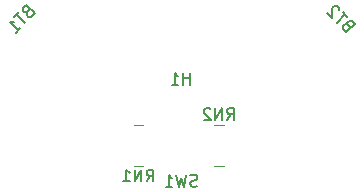
<source format=gbr>
G04 #@! TF.GenerationSoftware,KiCad,Pcbnew,(5.1.5)-3*
G04 #@! TF.CreationDate,2020-10-24T11:26:36-07:00*
G04 #@! TF.ProjectId,xmas_heart_2020,786d6173-5f68-4656-9172-745f32303230,rev?*
G04 #@! TF.SameCoordinates,Original*
G04 #@! TF.FileFunction,Legend,Bot*
G04 #@! TF.FilePolarity,Positive*
%FSLAX46Y46*%
G04 Gerber Fmt 4.6, Leading zero omitted, Abs format (unit mm)*
G04 Created by KiCad (PCBNEW (5.1.5)-3) date 2020-10-24 11:26:36*
%MOMM*%
%LPD*%
G04 APERTURE LIST*
%ADD10C,0.120000*%
%ADD11C,0.150000*%
G04 APERTURE END LIST*
D10*
X101900000Y-36030000D02*
X101100000Y-36030000D01*
X101900000Y-39470000D02*
X101100000Y-39470000D01*
X107925000Y-36030000D02*
X108725000Y-36030000D01*
X107925000Y-39470000D02*
X108725000Y-39470000D01*
D11*
X105886904Y-32602380D02*
X105886904Y-31602380D01*
X105886904Y-32078571D02*
X105315476Y-32078571D01*
X105315476Y-32602380D02*
X105315476Y-31602380D01*
X104315476Y-32602380D02*
X104886904Y-32602380D01*
X104601190Y-32602380D02*
X104601190Y-31602380D01*
X104696428Y-31745238D01*
X104791666Y-31840476D01*
X104886904Y-31888095D01*
X119227075Y-27559092D02*
X119092388Y-27491748D01*
X119025045Y-27491748D01*
X118924029Y-27525420D01*
X118823014Y-27626435D01*
X118789342Y-27727451D01*
X118789342Y-27794794D01*
X118823014Y-27895809D01*
X119092388Y-28165183D01*
X119799495Y-27458077D01*
X119563793Y-27222374D01*
X119462777Y-27188703D01*
X119395434Y-27188703D01*
X119294419Y-27222374D01*
X119227075Y-27289718D01*
X119193403Y-27390733D01*
X119193403Y-27458077D01*
X119227075Y-27559092D01*
X119462777Y-27794794D01*
X119193403Y-26851985D02*
X118789342Y-26447924D01*
X118284266Y-27357061D02*
X118991373Y-26649954D01*
X118519968Y-26313237D02*
X118519968Y-26245893D01*
X118486296Y-26144878D01*
X118317938Y-25976519D01*
X118216922Y-25942848D01*
X118149579Y-25942848D01*
X118048564Y-25976519D01*
X117981220Y-26043863D01*
X117913877Y-26178550D01*
X117913877Y-26986672D01*
X117476144Y-26548939D01*
X92107494Y-26447924D02*
X92040150Y-26582611D01*
X92040150Y-26649954D01*
X92073822Y-26750970D01*
X92174837Y-26851985D01*
X92275853Y-26885657D01*
X92343196Y-26885657D01*
X92444211Y-26851985D01*
X92713585Y-26582611D01*
X92006479Y-25875504D01*
X91770776Y-26111206D01*
X91737105Y-26212222D01*
X91737105Y-26279565D01*
X91770776Y-26380580D01*
X91838120Y-26447924D01*
X91939135Y-26481596D01*
X92006479Y-26481596D01*
X92107494Y-26447924D01*
X92343196Y-26212222D01*
X91400387Y-26481596D02*
X90996326Y-26885657D01*
X91905463Y-27390733D02*
X91198356Y-26683626D01*
X91097341Y-28198855D02*
X91501402Y-27794794D01*
X91299372Y-27996825D02*
X90592265Y-27289718D01*
X90760624Y-27323390D01*
X90895311Y-27323390D01*
X90996326Y-27289718D01*
X106470434Y-41185561D02*
X106327577Y-41233180D01*
X106089481Y-41233180D01*
X105994243Y-41185561D01*
X105946624Y-41137942D01*
X105899005Y-41042704D01*
X105899005Y-40947466D01*
X105946624Y-40852228D01*
X105994243Y-40804609D01*
X106089481Y-40756990D01*
X106279958Y-40709371D01*
X106375196Y-40661752D01*
X106422815Y-40614133D01*
X106470434Y-40518895D01*
X106470434Y-40423657D01*
X106422815Y-40328419D01*
X106375196Y-40280800D01*
X106279958Y-40233180D01*
X106041862Y-40233180D01*
X105899005Y-40280800D01*
X105565672Y-40233180D02*
X105327577Y-41233180D01*
X105137101Y-40518895D01*
X104946624Y-41233180D01*
X104708529Y-40233180D01*
X103803767Y-41233180D02*
X104375196Y-41233180D01*
X104089481Y-41233180D02*
X104089481Y-40233180D01*
X104184720Y-40376038D01*
X104279958Y-40471276D01*
X104375196Y-40518895D01*
X102190476Y-40802380D02*
X102523809Y-40326190D01*
X102761904Y-40802380D02*
X102761904Y-39802380D01*
X102380952Y-39802380D01*
X102285714Y-39850000D01*
X102238095Y-39897619D01*
X102190476Y-39992857D01*
X102190476Y-40135714D01*
X102238095Y-40230952D01*
X102285714Y-40278571D01*
X102380952Y-40326190D01*
X102761904Y-40326190D01*
X101761904Y-40802380D02*
X101761904Y-39802380D01*
X101190476Y-40802380D01*
X101190476Y-39802380D01*
X100190476Y-40802380D02*
X100761904Y-40802380D01*
X100476190Y-40802380D02*
X100476190Y-39802380D01*
X100571428Y-39945238D01*
X100666666Y-40040476D01*
X100761904Y-40088095D01*
X109015476Y-35602380D02*
X109348809Y-35126190D01*
X109586904Y-35602380D02*
X109586904Y-34602380D01*
X109205952Y-34602380D01*
X109110714Y-34650000D01*
X109063095Y-34697619D01*
X109015476Y-34792857D01*
X109015476Y-34935714D01*
X109063095Y-35030952D01*
X109110714Y-35078571D01*
X109205952Y-35126190D01*
X109586904Y-35126190D01*
X108586904Y-35602380D02*
X108586904Y-34602380D01*
X108015476Y-35602380D01*
X108015476Y-34602380D01*
X107586904Y-34697619D02*
X107539285Y-34650000D01*
X107444047Y-34602380D01*
X107205952Y-34602380D01*
X107110714Y-34650000D01*
X107063095Y-34697619D01*
X107015476Y-34792857D01*
X107015476Y-34888095D01*
X107063095Y-35030952D01*
X107634523Y-35602380D01*
X107015476Y-35602380D01*
M02*

</source>
